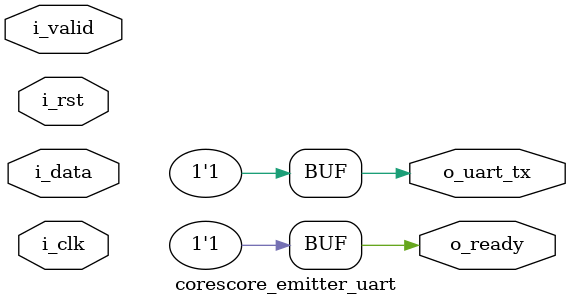
<source format=v>
`default_nettype wire

module corescore_emitter_uart (
i_clk,
i_rst,
i_data,
i_valid,
o_ready,
o_uart_tx
);

input i_clk;
input i_rst;
input [7:0] i_data;
input i_valid;
output o_ready;
output o_uart_tx;

assign o_ready = 1'b1;
assign o_uart_tx = 1'b1;

endmodule

`default_nettype none

</source>
